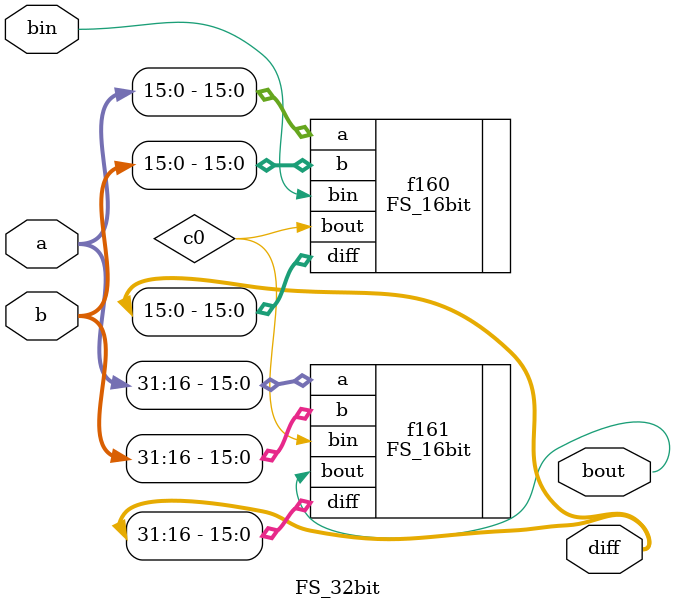
<source format=v>
`timescale 1ns / 1ps

module FS_32bit(
	input [31:0] a,
	input [31:0] b,
	input bin,
	output [31:0] diff,
	output bout
    );
	 
	 wire c0;
	 
	 FS_16bit f160(.a(a[15:0]),.b(b[15:0]),.bin,.diff(diff[15:0]),.bout(c0));
	 FS_16bit f161(.a(a[31:16]),.b(b[31:16]),.bin(c0),.diff(diff[31:16]),.bout(bout)); //var bout will detect Underflow

		
endmodule

</source>
